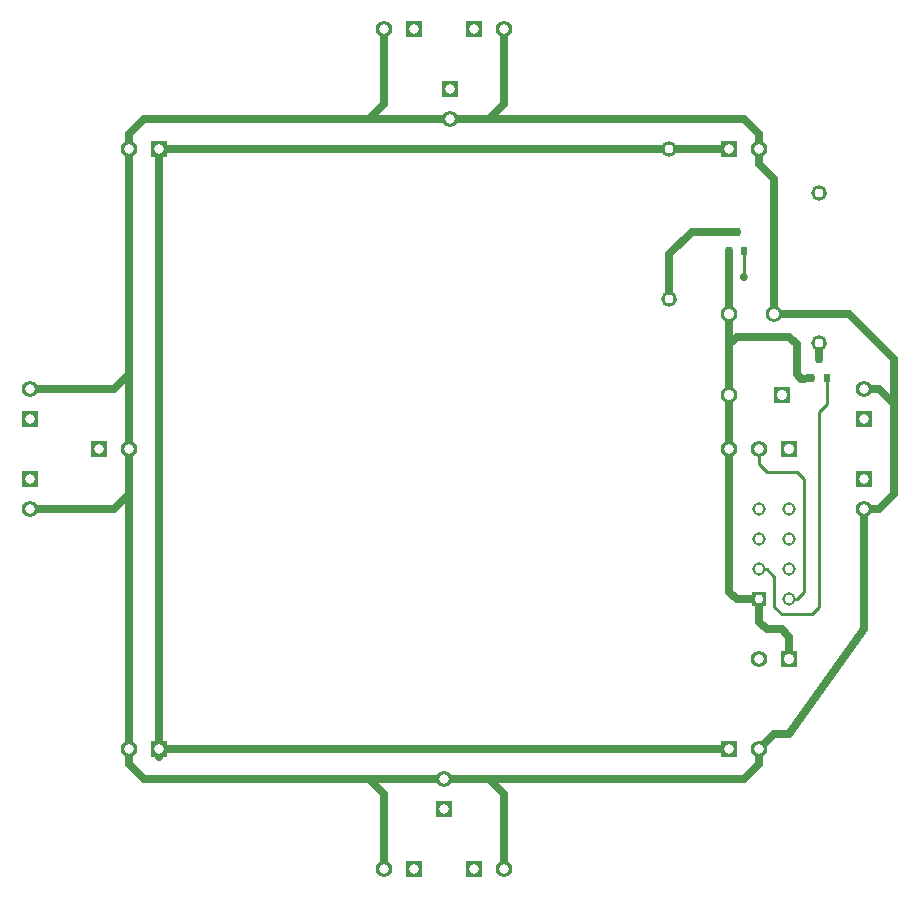
<source format=gbl>
G04 -- Generated By PCBWeb Designer*
%FSLAX24Y24*%
%MOIN*%
%OFA0B0*%
%SFA1.0B1.0*%
%AMROTRECT*21,1,$1,$2,0,0,$3*%
%AMROTOBLONG*1,1,$7,$1,$2*1,1,$7,$3,$4*21,1,$5,$6,0,0,$8*%
%ADD10C,0.025*%
%ADD11R,0.045X0.045*%
%ADD12C,0.03*%
%ADD13R,0.055X0.055*%
%ADD14C,0.045*%
%ADD15C,0.055*%
%ADD16C,0.01*%
%ADD17C,0.008*%
%ADD18C,0.024*%
%ADD19C,0.035*%
%ADD20R,0.065X0.065*%
%ADD21C,0.032*%
%ADD22C,0.065*%
%ADD23C,0.005*%
%ADD24C,0.021*%
%ADD25R,0.0591X0.0512*%
%ADD26R,0.0691X0.0612*%
%ADD27R,0.0236X0.0315*%
%ADD28R,0.0336X0.0415*%
%ADD29C,0.033*%
%ADD30C,0.033*%
%ADD31C,0.026*%
%ADD32C,0.015*%
%ADD33C,0.031*%
%ADD34C,0.052*%
%ADD35C,0.062*%
%ADD36C,0.0*%
%ADD37C,0.0275*%
G01*
%LNSTD*%
%LPD*%
G54D11*
X26000Y10500D03*
G54D14*
X27000Y10500D03*
X26000Y11500D03*
X27000Y11500D03*
X26000Y12500D03*
X27000Y12500D03*
X26000Y13500D03*
X27000Y13500D03*
G54D13*
X27000Y8500D03*
G54D15*
X26000Y8500D03*
G54D13*
X27000Y15500D03*
G54D15*
X26000Y15500D03*
X25000Y15500D03*
G54D27*
X28000Y18500D03*
X28256Y17870D03*
X27744Y17870D03*
X25250Y22750D03*
X25506Y22120D03*
X24994Y22120D03*
G54D13*
X25000Y25500D03*
G54D15*
X26000Y25500D03*
G54D13*
X6000Y5500D03*
G54D15*
X5000Y5500D03*
G54D13*
X25000Y5500D03*
G54D15*
X26000Y5500D03*
G54D13*
X16500Y1500D03*
G54D15*
X17500Y1500D03*
G54D13*
X14500Y29500D03*
G54D15*
X13500Y29500D03*
G54D13*
X29500Y16500D03*
G54D15*
X29500Y17500D03*
G54D13*
X1700Y14500D03*
G54D15*
X1700Y13500D03*
G54D13*
X26750Y17300D03*
G54D15*
X25000Y17300D03*
G54D13*
X14500Y1500D03*
G54D15*
X13500Y1500D03*
G54D13*
X29500Y14500D03*
G54D15*
X29500Y13500D03*
G54D13*
X1700Y16500D03*
G54D15*
X1700Y17500D03*
G54D13*
X16500Y29500D03*
G54D15*
X17500Y29500D03*
G54D13*
X6000Y25500D03*
G54D15*
X5000Y25500D03*
X26500Y20000D03*
X25000Y20000D03*
G54D13*
X4000Y15500D03*
G54D15*
X5000Y15500D03*
G54D13*
X15700Y27500D03*
G54D15*
X15700Y26500D03*
G54D13*
X15500Y3500D03*
G54D15*
X15500Y4500D03*
G54D34*
X23000Y20500D03*
X23000Y25500D03*
X28000Y24050D03*
X28000Y19050D03*
G54D10*
X25000Y20000D02*
X25000Y15500D01*
X27744Y17870D02*
X27400Y17850D01*
X27250Y18000D01*
X27250Y19000D01*
X27000Y19250D01*
X25250Y19250D01*
X25000Y19000D01*
X25000Y15500D02*
X25000Y10750D01*
X25250Y10500D01*
X26000Y10500D01*
X24994Y22120D02*
X24994Y20000D01*
X25000Y20000D01*
X26000Y10500D02*
X26000Y9750D01*
X26250Y9500D01*
X26750Y9500D01*
X27000Y9250D01*
X27000Y8500D01*
X5000Y25500D02*
X5000Y26000D01*
X5500Y26500D01*
X25500Y26500D01*
X26000Y26000D01*
X26000Y25500D01*
X5000Y5500D02*
X5000Y25500D01*
X17500Y29500D02*
X17500Y27000D01*
X17000Y26500D01*
X29500Y17500D02*
X30000Y17500D01*
X30500Y17000D01*
X26500Y20000D02*
X29000Y20000D01*
X30500Y18500D01*
X30500Y14000D01*
X30000Y13500D01*
X29500Y13500D01*
X1700Y17500D02*
X4500Y17500D01*
X5000Y18000D01*
X13000Y26500D02*
X13500Y27000D01*
X13500Y29500D01*
X29500Y13500D02*
X29500Y9500D01*
X27000Y6000D01*
X26500Y6000D01*
X26000Y5500D01*
X17500Y1500D02*
X17500Y4000D01*
X17000Y4500D01*
X13000Y4500D02*
X13500Y4000D01*
X13500Y1500D01*
X26000Y25500D02*
X26000Y25000D01*
X26500Y24500D01*
X26500Y20000D01*
X5000Y5500D02*
X5000Y5000D01*
X5500Y4500D01*
X25500Y4500D01*
X26000Y5000D01*
X26000Y5500D01*
X5000Y14000D02*
X4500Y13500D01*
X1700Y13500D01*
G54D16*
X25500Y22000D02*
X25500Y21250D01*
G54D37*
X25500Y21250D03*
G54D16*
X27000Y10500D02*
X27250Y10500D01*
X27500Y10750D01*
X27500Y14500D01*
X27250Y14750D01*
X26250Y14750D01*
X26000Y15000D01*
X26000Y15500D01*
X26000Y11500D02*
X26250Y11500D01*
X26500Y11250D01*
X26500Y10250D01*
X26750Y10000D01*
X27750Y10000D01*
X27994Y10244D01*
X28000Y16750D01*
X28250Y17000D01*
X28250Y17400D01*
X28256Y17870D01*
G54D10*
X6000Y5500D02*
X25000Y5500D01*
X25000Y25500D02*
X6000Y25500D01*
X6000Y5250D02*
X6000Y25500D01*
X23000Y20500D02*
X23000Y22000D01*
X23750Y22750D01*
X25250Y22750D01*
X25250Y22750D01*
X28000Y18500D02*
X28000Y19050D01*
%LNERASE*%
%LPC*%
G54D12*
X26000Y10500D03*
X27000Y10500D03*
X26000Y11500D03*
X27000Y11500D03*
X26000Y12500D03*
X27000Y12500D03*
X26000Y13500D03*
X27000Y13500D03*
G54D19*
X27000Y8500D03*
G54D21*
X26000Y8500D03*
G54D19*
X27000Y15500D03*
G54D21*
X26000Y15500D03*
X25000Y15500D03*
G54D29*
X25000Y25500D03*
G54D30*
X26000Y25500D03*
G54D29*
X6000Y5500D03*
G54D30*
X5000Y5500D03*
G54D29*
X25000Y5500D03*
G54D30*
X26000Y5500D03*
G54D29*
X16500Y1500D03*
G54D30*
X17500Y1500D03*
G54D29*
X14500Y29500D03*
G54D30*
X13500Y29500D03*
G54D29*
X29500Y16500D03*
G54D30*
X29500Y17500D03*
G54D29*
X1700Y14500D03*
G54D30*
X1700Y13500D03*
G54D19*
X26750Y17300D03*
X25000Y17300D03*
G54D29*
X14500Y1500D03*
G54D30*
X13500Y1500D03*
G54D29*
X29500Y14500D03*
G54D30*
X29500Y13500D03*
G54D29*
X1700Y16500D03*
G54D30*
X1700Y17500D03*
G54D29*
X16500Y29500D03*
G54D30*
X17500Y29500D03*
G54D29*
X6000Y25500D03*
G54D30*
X5000Y25500D03*
G54D19*
X26500Y20000D03*
X25000Y20000D03*
G54D29*
X4000Y15500D03*
G54D30*
X5000Y15500D03*
G54D29*
X15700Y27500D03*
G54D30*
X15700Y26500D03*
G54D29*
X15500Y3500D03*
G54D30*
X15500Y4500D03*
G54D33*
X23000Y20500D03*
X23000Y25500D03*
X28000Y24050D03*
X28000Y19050D03*
M02*

</source>
